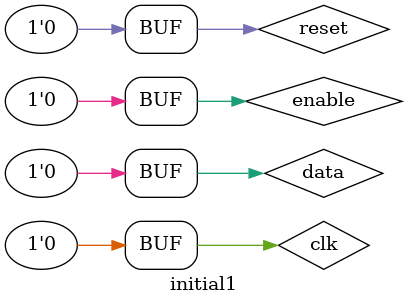
<source format=v>
module initial1();
   reg clk, reset, enable, data;

   initial clk = 0;
   initial reset = 0;
   initial enable = 0;
   initial data = 0;

endmodule

</source>
